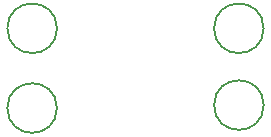
<source format=gbr>
%TF.GenerationSoftware,KiCad,Pcbnew,(7.0.0)*%
%TF.CreationDate,2023-09-26T23:36:23+07:00*%
%TF.ProjectId,Line Tracer F405RGT,4c696e65-2054-4726-9163-657220463430,rev?*%
%TF.SameCoordinates,Original*%
%TF.FileFunction,Other,Comment*%
%FSLAX46Y46*%
G04 Gerber Fmt 4.6, Leading zero omitted, Abs format (unit mm)*
G04 Created by KiCad (PCBNEW (7.0.0)) date 2023-09-26 23:36:23*
%MOMM*%
%LPD*%
G01*
G04 APERTURE LIST*
%ADD10C,0.150000*%
G04 APERTURE END LIST*
D10*
%TO.C,REF\u002A\u002A*%
X156900000Y-89350000D02*
G75*
G03*
X156900000Y-89350000I-2100000J0D01*
G01*
X156900000Y-82850000D02*
G75*
G03*
X156900000Y-82850000I-2100000J0D01*
G01*
X139400000Y-82850000D02*
G75*
G03*
X139400000Y-82850000I-2100000J0D01*
G01*
X139400000Y-89600000D02*
G75*
G03*
X139400000Y-89600000I-2100000J0D01*
G01*
%TD*%
M02*

</source>
